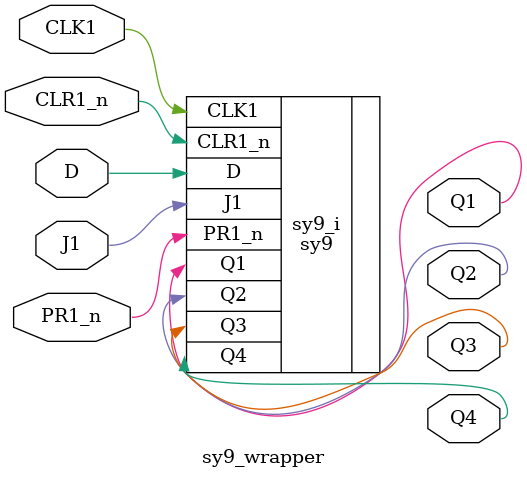
<source format=v>
`timescale 1 ps / 1 ps

module sy9_wrapper
   (CLK1,
    CLR1_n,
    D,
    J1,
    PR1_n,
    Q1,
    Q2,
    Q3,
    Q4);
  input CLK1;
  input CLR1_n;
  input D;
  input J1;
  input PR1_n;
  output Q1;
  output Q2;
  output Q3;
  output Q4;

  wire CLK1;
  wire CLR1_n;
  wire D;
  wire J1;
  wire PR1_n;
  wire Q1;
  wire Q2;
  wire Q3;
  wire Q4;

  sy9 sy9_i
       (.CLK1(CLK1),
        .CLR1_n(CLR1_n),
        .D(D),
        .J1(J1),
        .PR1_n(PR1_n),
        .Q1(Q1),
        .Q2(Q2),
        .Q3(Q3),
        .Q4(Q4));
endmodule

</source>
